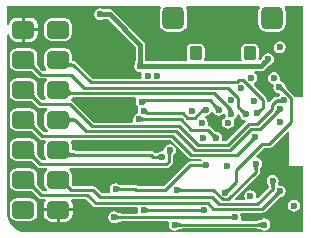
<source format=gbr>
%TF.GenerationSoftware,Altium Limited,Altium Designer,23.4.1 (23)*%
G04 Layer_Physical_Order=3*
G04 Layer_Color=16440176*
%FSLAX45Y45*%
%MOMM*%
%TF.SameCoordinates,BE90727D-E02D-4F4F-8BF8-4A0540FFC0C0*%
%TF.FilePolarity,Positive*%
%TF.FileFunction,Copper,L3,Inr,Signal*%
%TF.Part,Single*%
G01*
G75*
%TA.AperFunction,Conductor*%
%ADD22C,0.40000*%
%ADD23C,0.25000*%
%TA.AperFunction,ComponentPad*%
G04:AMPARAMS|DCode=25|XSize=1.9mm|YSize=1.9mm|CornerRadius=0.475mm|HoleSize=0mm|Usage=FLASHONLY|Rotation=180.000|XOffset=0mm|YOffset=0mm|HoleType=Round|Shape=RoundedRectangle|*
%AMROUNDEDRECTD25*
21,1,1.90000,0.95000,0,0,180.0*
21,1,0.95000,1.90000,0,0,180.0*
1,1,0.95000,-0.47500,0.47500*
1,1,0.95000,0.47500,0.47500*
1,1,0.95000,0.47500,-0.47500*
1,1,0.95000,-0.47500,-0.47500*
%
%ADD25ROUNDEDRECTD25*%
G04:AMPARAMS|DCode=26|XSize=1.1mm|YSize=1.2mm|CornerRadius=0.275mm|HoleSize=0mm|Usage=FLASHONLY|Rotation=180.000|XOffset=0mm|YOffset=0mm|HoleType=Round|Shape=RoundedRectangle|*
%AMROUNDEDRECTD26*
21,1,1.10000,0.65000,0,0,180.0*
21,1,0.55000,1.20000,0,0,180.0*
1,1,0.55000,-0.27500,0.32500*
1,1,0.55000,0.27500,0.32500*
1,1,0.55000,0.27500,-0.32500*
1,1,0.55000,-0.27500,-0.32500*
%
%ADD26ROUNDEDRECTD26*%
%TA.AperFunction,ViaPad*%
%ADD29C,0.60000*%
%TA.AperFunction,ComponentPad*%
G04:AMPARAMS|DCode=30|XSize=1.5mm|YSize=1.9mm|CornerRadius=0.375mm|HoleSize=0mm|Usage=FLASHONLY|Rotation=270.000|XOffset=0mm|YOffset=0mm|HoleType=Round|Shape=RoundedRectangle|*
%AMROUNDEDRECTD30*
21,1,1.50000,1.15000,0,0,270.0*
21,1,0.75000,1.90000,0,0,270.0*
1,1,0.75000,-0.57500,-0.37500*
1,1,0.75000,-0.57500,0.37500*
1,1,0.75000,0.57500,0.37500*
1,1,0.75000,0.57500,-0.37500*
%
%ADD30ROUNDEDRECTD30*%
G36*
X851910Y1910810D02*
X852975Y1910640D01*
X854620Y1910490D01*
X866995Y1910090D01*
X882361Y1910000D01*
Y1870000D01*
X851424Y1869000D01*
Y1911000D01*
X851910Y1910810D01*
D02*
G37*
G36*
X2550000Y1188944D02*
X2473893D01*
X2472381Y1196545D01*
X2465198Y1207296D01*
X2414989Y1257505D01*
X2414102Y1259812D01*
X2407391Y1266877D01*
X2405119Y1269501D01*
X2401027Y1274820D01*
X2399878Y1276569D01*
X2399004Y1278099D01*
X2398517Y1279124D01*
X2398364Y1279541D01*
X2398083Y1280692D01*
X2395814Y1283794D01*
X2394599Y1289904D01*
X2383548Y1306443D01*
X2367009Y1317494D01*
X2357693Y1319347D01*
X2347841Y1329711D01*
X2348073Y1335390D01*
X2350980Y1350000D01*
X2347099Y1369509D01*
X2336048Y1386048D01*
X2319509Y1397099D01*
X2300000Y1400980D01*
X2280491Y1397099D01*
X2263952Y1386048D01*
X2252901Y1369509D01*
X2249020Y1350000D01*
X2252901Y1330491D01*
X2263952Y1313952D01*
X2280491Y1302901D01*
X2289807Y1301048D01*
X2299659Y1290684D01*
X2299427Y1285005D01*
X2296520Y1270395D01*
X2300401Y1250886D01*
X2311452Y1234347D01*
X2327991Y1223296D01*
X2347500Y1219415D01*
X2349706Y1217356D01*
X2351930Y1214226D01*
X2348825Y1196501D01*
X2348219Y1196096D01*
X2347083Y1194395D01*
X2346758Y1194249D01*
X2345868Y1194013D01*
X2345345Y1193614D01*
X2344915Y1193420D01*
X2344731Y1193226D01*
X2344152Y1192983D01*
X2342663Y1192519D01*
X2340486Y1192026D01*
X2337919Y1191619D01*
X2330002Y1190993D01*
X2325341Y1190912D01*
X2324253Y1190439D01*
X2323110Y1190757D01*
X2321596Y1189904D01*
X2316767D01*
X2304086Y1187381D01*
X2293336Y1180198D01*
X2258136Y1144998D01*
X2251648Y1145957D01*
X2243136Y1150327D01*
Y1160000D01*
X2240614Y1172681D01*
X2233431Y1183431D01*
X2128326Y1288536D01*
X2132905Y1305170D01*
X2146048Y1313952D01*
X2157099Y1330491D01*
X2160980Y1350000D01*
X2157099Y1369509D01*
X2146048Y1386048D01*
X2133823Y1394216D01*
X2138374Y1409216D01*
X2189999D01*
X2190000Y1409216D01*
X2205607Y1412321D01*
X2218838Y1421161D01*
X2240274Y1442597D01*
X2242335Y1443437D01*
X2253061Y1454038D01*
X2260633Y1461136D01*
X2269509Y1462901D01*
X2286048Y1473952D01*
X2297099Y1490491D01*
X2300980Y1510000D01*
X2297099Y1529509D01*
X2286048Y1546048D01*
X2269509Y1557099D01*
X2250000Y1560980D01*
X2230491Y1557099D01*
X2213952Y1546048D01*
X2202901Y1529509D01*
X2201286Y1521388D01*
X2183040Y1501923D01*
X2182517Y1502144D01*
X2169744Y1508967D01*
X2173431Y1527500D01*
Y1592500D01*
X2169744Y1611034D01*
X2159245Y1626746D01*
X2143533Y1637244D01*
X2125000Y1640931D01*
X2070000D01*
X2051467Y1637244D01*
X2035755Y1626746D01*
X2025256Y1611034D01*
X2021569Y1592500D01*
Y1527500D01*
X2025256Y1508967D01*
X2027383Y1505783D01*
X2019366Y1490783D01*
X1715634D01*
X1707617Y1505783D01*
X1709744Y1508967D01*
X1713430Y1527500D01*
Y1592500D01*
X1709744Y1611034D01*
X1699245Y1626746D01*
X1683533Y1637244D01*
X1665000Y1640931D01*
X1610000D01*
X1591466Y1637244D01*
X1575755Y1626746D01*
X1565256Y1611034D01*
X1561569Y1592500D01*
Y1527500D01*
X1565256Y1508967D01*
X1567383Y1505783D01*
X1559365Y1490783D01*
X1224539D01*
X1222487Y1491648D01*
X1212004Y1491709D01*
X1211637Y1503060D01*
X1210783Y1504945D01*
Y1630000D01*
X1207679Y1645607D01*
X1198838Y1658838D01*
X938838Y1918838D01*
X925607Y1927679D01*
X910000Y1930784D01*
X909999Y1930784D01*
X884540D01*
X882487Y1931648D01*
X867408Y1931736D01*
X857034Y1932071D01*
X849509Y1937099D01*
X830000Y1940980D01*
X810491Y1937099D01*
X793952Y1926048D01*
X782901Y1909509D01*
X779021Y1890000D01*
X782901Y1870491D01*
X793952Y1853952D01*
X810491Y1842901D01*
X830000Y1839020D01*
X849509Y1842901D01*
X856394Y1847501D01*
X883060Y1848363D01*
X884945Y1849217D01*
X893107D01*
X1129216Y1613107D01*
Y1504539D01*
X1128352Y1502487D01*
X1128264Y1487408D01*
X1127929Y1477034D01*
X1122901Y1469509D01*
X1119020Y1450000D01*
X1122901Y1430491D01*
X1133952Y1413952D01*
X1150491Y1402901D01*
X1170000Y1399020D01*
X1171402Y1399299D01*
X1175744Y1395600D01*
X1182233Y1386160D01*
X1179018Y1369997D01*
X1180881Y1360634D01*
X1169475Y1345634D01*
X761228D01*
X622964Y1483898D01*
X612214Y1491081D01*
X604495Y1492617D01*
X599899Y1494612D01*
X593727Y1494717D01*
X590126Y1494924D01*
Y1543500D01*
X585664Y1565935D01*
X572955Y1584955D01*
X553935Y1597664D01*
X531500Y1602126D01*
X416500D01*
X394065Y1597664D01*
X375045Y1584955D01*
X362337Y1565935D01*
X357874Y1543500D01*
Y1468500D01*
X362337Y1446065D01*
X374316Y1428137D01*
X373053Y1422565D01*
X368861Y1413137D01*
X339726D01*
X323013Y1429849D01*
X322092Y1432195D01*
X313225Y1441400D01*
X306079Y1449503D01*
X300407Y1456699D01*
X296226Y1462859D01*
X295329Y1464491D01*
X296126Y1468500D01*
Y1483454D01*
X296359Y1484017D01*
X296126Y1484579D01*
Y1543500D01*
X291664Y1565935D01*
X278955Y1584955D01*
X259935Y1597664D01*
X237500Y1602126D01*
X122500D01*
X100065Y1597664D01*
X81045Y1584955D01*
X68337Y1565935D01*
X63874Y1543500D01*
Y1468500D01*
X68337Y1446065D01*
X81045Y1427045D01*
X100065Y1414337D01*
X122500Y1409874D01*
X221421D01*
X221983Y1409641D01*
X222546Y1409874D01*
X237500D01*
X241509Y1410671D01*
X243140Y1409775D01*
X249037Y1405772D01*
X264803Y1392579D01*
X273805Y1383908D01*
X276151Y1382987D01*
X302569Y1356569D01*
X313319Y1349386D01*
X326000Y1346863D01*
X371855D01*
X376405Y1331863D01*
X375045Y1330955D01*
X362337Y1311935D01*
X357874Y1289500D01*
Y1214500D01*
X362337Y1192065D01*
X371643Y1178137D01*
X364930Y1163137D01*
X335726D01*
X323013Y1175849D01*
X322092Y1178195D01*
X313225Y1187400D01*
X306079Y1195503D01*
X300407Y1202699D01*
X296226Y1208859D01*
X295329Y1210491D01*
X296126Y1214500D01*
Y1229454D01*
X296359Y1230017D01*
X296126Y1230579D01*
Y1289500D01*
X291664Y1311935D01*
X278955Y1330955D01*
X259935Y1343664D01*
X237500Y1348126D01*
X122500D01*
X100065Y1343664D01*
X81045Y1330955D01*
X68337Y1311935D01*
X63874Y1289500D01*
Y1214500D01*
X68337Y1192065D01*
X81045Y1173045D01*
X100065Y1160337D01*
X122500Y1155874D01*
X221421D01*
X221983Y1155641D01*
X222546Y1155874D01*
X237500D01*
X241509Y1156671D01*
X243140Y1155775D01*
X249037Y1151772D01*
X264803Y1138579D01*
X273805Y1129908D01*
X276151Y1128987D01*
X298569Y1106569D01*
X309319Y1099386D01*
X322000Y1096863D01*
X377841D01*
X382391Y1081863D01*
X375045Y1076955D01*
X362337Y1057935D01*
X357874Y1035500D01*
Y960500D01*
X362337Y938065D01*
X375045Y919045D01*
X391371Y908137D01*
X389651Y895108D01*
X388876Y893137D01*
X351726D01*
X323013Y921850D01*
X322092Y924195D01*
X313225Y933400D01*
X306079Y941503D01*
X300407Y948699D01*
X296226Y954859D01*
X295329Y956491D01*
X296126Y960500D01*
Y975454D01*
X296359Y976017D01*
X296126Y976579D01*
Y1035500D01*
X291664Y1057935D01*
X278955Y1076955D01*
X259935Y1089664D01*
X237500Y1094126D01*
X122500D01*
X100065Y1089664D01*
X81045Y1076955D01*
X68337Y1057935D01*
X63874Y1035500D01*
Y960500D01*
X68337Y938065D01*
X81045Y919045D01*
X100065Y906337D01*
X122500Y901874D01*
X221421D01*
X221983Y901641D01*
X222546Y901874D01*
X237500D01*
X241509Y902671D01*
X243140Y901775D01*
X249037Y897772D01*
X264803Y884579D01*
X273805Y875908D01*
X276150Y874988D01*
X314569Y836569D01*
X325319Y829386D01*
X338000Y826863D01*
X359616D01*
X367634Y811864D01*
X362337Y803935D01*
X357874Y781500D01*
Y706500D01*
X362337Y684065D01*
X372979Y668137D01*
X367923Y653137D01*
X337726D01*
X323013Y667850D01*
X322092Y670195D01*
X313225Y679400D01*
X306079Y687503D01*
X300407Y694699D01*
X296226Y700859D01*
X295329Y702491D01*
X296126Y706500D01*
Y721454D01*
X296359Y722017D01*
X296126Y722579D01*
Y781500D01*
X291664Y803935D01*
X278955Y822955D01*
X259935Y835664D01*
X237500Y840126D01*
X122500D01*
X100065Y835664D01*
X81045Y822955D01*
X68337Y803935D01*
X63874Y781500D01*
Y706500D01*
X68337Y684065D01*
X81045Y665045D01*
X100065Y652337D01*
X122500Y647874D01*
X221421D01*
X221983Y647641D01*
X222546Y647874D01*
X237500D01*
X241509Y648671D01*
X243140Y647775D01*
X249037Y643772D01*
X264803Y630579D01*
X273805Y621908D01*
X276150Y620988D01*
X300569Y596569D01*
X311319Y589386D01*
X324000Y586863D01*
X374848D01*
X379398Y571863D01*
X375045Y568955D01*
X362337Y549935D01*
X357874Y527500D01*
Y452500D01*
X362337Y430065D01*
X375045Y411045D01*
X379398Y408137D01*
X374848Y393137D01*
X343725D01*
X323013Y413849D01*
X322092Y416195D01*
X313225Y425400D01*
X306079Y433503D01*
X300407Y440699D01*
X296226Y446859D01*
X295329Y448491D01*
X296126Y452500D01*
Y467454D01*
X296359Y468017D01*
X296126Y468579D01*
Y527500D01*
X291664Y549935D01*
X278955Y568955D01*
X259935Y581664D01*
X237500Y586126D01*
X122500D01*
X100065Y581664D01*
X81045Y568955D01*
X68337Y549935D01*
X63874Y527500D01*
Y452500D01*
X68337Y430065D01*
X81045Y411045D01*
X100065Y398337D01*
X122500Y393874D01*
X221421D01*
X221983Y393641D01*
X222546Y393874D01*
X237500D01*
X241509Y394671D01*
X243140Y393775D01*
X249037Y389772D01*
X264803Y376579D01*
X273805Y367908D01*
X276151Y366987D01*
X306569Y336569D01*
X317319Y329386D01*
X330000Y326863D01*
X358467D01*
X366485Y311863D01*
X357250Y298042D01*
X352368Y273500D01*
Y248700D01*
X595632D01*
Y273500D01*
X590750Y298042D01*
X581515Y311863D01*
X589533Y326863D01*
X706275D01*
X766569Y266569D01*
X777320Y259386D01*
X790000Y256863D01*
X1141148D01*
X1151380Y241863D01*
X1149020Y230000D01*
X1151380Y218137D01*
X1141148Y203136D01*
X1009946D01*
X1007617Y204145D01*
X1002909Y204220D01*
X994800Y204802D01*
X992012Y205201D01*
X989582Y205694D01*
X987777Y206191D01*
X986631Y206612D01*
X986248Y206798D01*
X985624Y207340D01*
X985126Y207506D01*
X985011Y207580D01*
X984777Y207623D01*
X982602Y208351D01*
X969509Y217099D01*
X950000Y220979D01*
X930491Y217099D01*
X913952Y206048D01*
X902901Y189509D01*
X899020Y170000D01*
X902901Y150491D01*
X913952Y133952D01*
X930491Y122901D01*
X950000Y119020D01*
X969509Y122901D01*
X982602Y131649D01*
X984778Y132377D01*
X985010Y132419D01*
X985125Y132493D01*
X985624Y132660D01*
X986248Y133202D01*
X986630Y133388D01*
X987777Y133809D01*
X989582Y134306D01*
X992012Y134799D01*
X994800Y135197D01*
X1002909Y135780D01*
X1007617Y135855D01*
X1009946Y136863D01*
X1401148D01*
X1411380Y121863D01*
X1409020Y110000D01*
X1412901Y90491D01*
X1423952Y73952D01*
X1440491Y62901D01*
X1460000Y59020D01*
X1479509Y62901D01*
X1492602Y71649D01*
X1494778Y72377D01*
X1495010Y72419D01*
X1495125Y72493D01*
X1495624Y72660D01*
X1496248Y73202D01*
X1496630Y73388D01*
X1497777Y73809D01*
X1499582Y74306D01*
X1502012Y74799D01*
X1504800Y75197D01*
X1512909Y75780D01*
X1517617Y75855D01*
X1519946Y76863D01*
X2160053D01*
X2162383Y75855D01*
X2167091Y75780D01*
X2175200Y75197D01*
X2177988Y74799D01*
X2180418Y74306D01*
X2182223Y73809D01*
X2183369Y73388D01*
X2183752Y73202D01*
X2184376Y72660D01*
X2184874Y72494D01*
X2184989Y72419D01*
X2185222Y72377D01*
X2187398Y71649D01*
X2200491Y62901D01*
X2220000Y59020D01*
X2239509Y62901D01*
X2256048Y73952D01*
X2267099Y90491D01*
X2270979Y110000D01*
X2267099Y129509D01*
X2256048Y146048D01*
X2239509Y157099D01*
X2220000Y160980D01*
X2200491Y157099D01*
X2187398Y148351D01*
X2185222Y147623D01*
X2184989Y147581D01*
X2184874Y147507D01*
X2184376Y147340D01*
X2183752Y146798D01*
X2183370Y146612D01*
X2182223Y146191D01*
X2180418Y145694D01*
X2177988Y145201D01*
X2175200Y144803D01*
X2167091Y144220D01*
X2162383Y144145D01*
X2160053Y143137D01*
X2028852D01*
X2018620Y158137D01*
X2020980Y170000D01*
X2017099Y189509D01*
X2013855Y194364D01*
X2021873Y209364D01*
X2202500D01*
X2215181Y211886D01*
X2225931Y219069D01*
X2331042Y324180D01*
X2333402Y325114D01*
X2336785Y328390D01*
X2342930Y333712D01*
X2345183Y335401D01*
X2347249Y336771D01*
X2348880Y337697D01*
X2349987Y338210D01*
X2350389Y338349D01*
X2351212Y338406D01*
X2351683Y338641D01*
X2351817Y338670D01*
X2352012Y338805D01*
X2354064Y339829D01*
X2369509Y342901D01*
X2386048Y353952D01*
X2397099Y370491D01*
X2400980Y390000D01*
X2397099Y409509D01*
X2386048Y426048D01*
X2369509Y437099D01*
X2350000Y440980D01*
X2340891Y439168D01*
X2331871Y452667D01*
X2337099Y460491D01*
X2340980Y480000D01*
X2337099Y499509D01*
X2326048Y516048D01*
X2309509Y527099D01*
X2290000Y530980D01*
X2270491Y527099D01*
X2253952Y516048D01*
X2242901Y499509D01*
X2239020Y480000D01*
X2242901Y460491D01*
X2250841Y448609D01*
X2251713Y445817D01*
X2251728Y445721D01*
X2251757Y445676D01*
X2251914Y445171D01*
X2252496Y444474D01*
X2252732Y443973D01*
X2253166Y442752D01*
X2253667Y440886D01*
X2254156Y438405D01*
X2254551Y435573D01*
X2255122Y427426D01*
X2255185Y423365D01*
X2162413Y330592D01*
X2148589Y337981D01*
X2150980Y350000D01*
X2147099Y369509D01*
X2136048Y386048D01*
X2119509Y397099D01*
X2100000Y400980D01*
X2080491Y397099D01*
X2063952Y386048D01*
X2052901Y369509D01*
X2049021Y350000D01*
X2052901Y330491D01*
X2053988Y328865D01*
X2046917Y315637D01*
X1973414D01*
X1967674Y329495D01*
X2172366Y534186D01*
X2179549Y544937D01*
X2182071Y557617D01*
Y565053D01*
X2183079Y567381D01*
X2183155Y572091D01*
X2183737Y580200D01*
X2184136Y582988D01*
X2184628Y585418D01*
X2185126Y587223D01*
X2185546Y588369D01*
X2185732Y588752D01*
X2186274Y589376D01*
X2186441Y589874D01*
X2186515Y589989D01*
X2186557Y590223D01*
X2187285Y592398D01*
X2196033Y605491D01*
X2199914Y625000D01*
X2196033Y644509D01*
X2184982Y661048D01*
X2168443Y672099D01*
X2153205Y675130D01*
X2147682Y687040D01*
X2147297Y690435D01*
X2213726Y756863D01*
X2256566D01*
X2269247Y759386D01*
X2279997Y766569D01*
X2416142Y902714D01*
X2430000Y896974D01*
Y608944D01*
X2433944Y605000D01*
X2550000D01*
Y43944D01*
X200000D01*
X199453Y43836D01*
X159563Y49087D01*
X121882Y64695D01*
X89524Y89524D01*
X64695Y121882D01*
X49087Y159563D01*
X43836Y199453D01*
X43944Y200000D01*
Y1718125D01*
X58944Y1719603D01*
X63250Y1697958D01*
X77152Y1677152D01*
X97958Y1663250D01*
X122500Y1658368D01*
X167300D01*
Y1760000D01*
Y1861632D01*
X122500D01*
X97958Y1856750D01*
X77152Y1842848D01*
X63250Y1822042D01*
X58944Y1800397D01*
X43944Y1801875D01*
Y1956056D01*
X1337853D01*
X1344924Y1942827D01*
X1338917Y1933837D01*
X1333678Y1907500D01*
Y1812500D01*
X1338917Y1786163D01*
X1353835Y1763836D01*
X1376163Y1748917D01*
X1402500Y1743678D01*
X1497500D01*
X1523837Y1748917D01*
X1546164Y1763836D01*
X1561083Y1786163D01*
X1566322Y1812500D01*
Y1907500D01*
X1561083Y1933837D01*
X1555076Y1942827D01*
X1562147Y1956056D01*
X2172853D01*
X2179924Y1942827D01*
X2173917Y1933837D01*
X2168678Y1907500D01*
Y1812500D01*
X2173917Y1786163D01*
X2188836Y1763836D01*
X2211163Y1748917D01*
X2237500Y1743678D01*
X2332500D01*
X2358837Y1748917D01*
X2381164Y1763836D01*
X2396083Y1786163D01*
X2401322Y1812500D01*
Y1907500D01*
X2396083Y1933837D01*
X2390076Y1942827D01*
X2397147Y1956056D01*
X2550000D01*
Y1188944D01*
D02*
G37*
G36*
X1191000Y1471424D02*
X1149000D01*
X1149190Y1471910D01*
X1149360Y1472975D01*
X1149510Y1474620D01*
X1149910Y1486995D01*
X1150000Y1502360D01*
X1190000D01*
X1191000Y1471424D01*
D02*
G37*
G36*
X2249700Y1480002D02*
X2249222Y1479792D01*
X2248349Y1479159D01*
X2247080Y1478102D01*
X2238047Y1469635D01*
X2227118Y1458834D01*
X2198834Y1487118D01*
X2220002Y1509700D01*
X2249700Y1480002D01*
D02*
G37*
G36*
X568267Y1482023D02*
X568606Y1480123D01*
X569729Y1478446D01*
X571635Y1476992D01*
X574325Y1475762D01*
X577799Y1474756D01*
X582057Y1473973D01*
X587099Y1473414D01*
X592924Y1473079D01*
X599533Y1472967D01*
Y1447967D01*
X591064Y1447858D01*
X570490Y1446217D01*
X565242Y1445233D01*
X560800Y1444029D01*
X557163Y1442607D01*
X554332Y1440966D01*
X552305Y1439107D01*
X551084Y1437028D01*
X568711Y1484148D01*
X568267Y1482023D01*
D02*
G37*
G36*
X1191910Y1470810D02*
X1192975Y1470640D01*
X1194620Y1470490D01*
X1206995Y1470090D01*
X1222361Y1470000D01*
Y1430000D01*
X1191424Y1429000D01*
Y1471000D01*
X1191910Y1470810D01*
D02*
G37*
G36*
X271875Y1480194D02*
X270375Y1475735D01*
X270212Y1470641D01*
X271386Y1464910D01*
X273896Y1458544D01*
X277743Y1451542D01*
X282928Y1443905D01*
X289449Y1435631D01*
X297306Y1426722D01*
X306501Y1417177D01*
X288823Y1399499D01*
X279278Y1408694D01*
X262095Y1423072D01*
X254458Y1428257D01*
X247456Y1432104D01*
X241090Y1434615D01*
X235359Y1435788D01*
X230265Y1435625D01*
X225806Y1434125D01*
X221983Y1431289D01*
X274711Y1484017D01*
X271875Y1480194D01*
D02*
G37*
G36*
X2377620Y1273232D02*
X2378537Y1270731D01*
X2379802Y1268069D01*
X2381416Y1265245D01*
X2383378Y1262259D01*
X2388345Y1255802D01*
X2391351Y1252331D01*
X2398406Y1244903D01*
X2384365Y1223589D01*
X2380524Y1227293D01*
X2373328Y1233389D01*
X2369974Y1235782D01*
X2366783Y1237737D01*
X2363754Y1239255D01*
X2360888Y1240336D01*
X2358185Y1240979D01*
X2355644Y1241185D01*
X2353266Y1240954D01*
X2377050Y1275570D01*
X2377620Y1273232D01*
D02*
G37*
G36*
X568131Y1252750D02*
X568797Y1248500D01*
X570711Y1244750D01*
X573871Y1241500D01*
X578278Y1238750D01*
X583932Y1236500D01*
X590832Y1234750D01*
X598980Y1233500D01*
X608375Y1232750D01*
X619016Y1232500D01*
X618095Y1207500D01*
X606365Y1207253D01*
X586233Y1205272D01*
X577830Y1203539D01*
X570538Y1201311D01*
X564354Y1198587D01*
X559279Y1195369D01*
X555314Y1191655D01*
X552458Y1187446D01*
X550711Y1182742D01*
X568711Y1257500D01*
X568131Y1252750D01*
D02*
G37*
G36*
X271875Y1226194D02*
X270375Y1221735D01*
X270212Y1216641D01*
X271386Y1210910D01*
X273896Y1204544D01*
X277743Y1197542D01*
X282928Y1189905D01*
X289449Y1181631D01*
X297306Y1172722D01*
X306501Y1163177D01*
X288823Y1145499D01*
X279278Y1154694D01*
X262095Y1169072D01*
X254458Y1174257D01*
X247456Y1178104D01*
X241090Y1180615D01*
X235359Y1181788D01*
X230265Y1181625D01*
X225806Y1180125D01*
X221983Y1177289D01*
X274711Y1230017D01*
X271875Y1226194D01*
D02*
G37*
G36*
X1195795Y1175781D02*
X1198203Y1175093D01*
X1201189Y1174485D01*
X1204753Y1173958D01*
X1213617Y1173148D01*
X1231250Y1172540D01*
X1238284Y1172500D01*
X1239895Y1147500D01*
X1234534Y1147399D01*
X1225206Y1146586D01*
X1221239Y1145875D01*
X1217736Y1144961D01*
X1214699Y1143843D01*
X1212127Y1142523D01*
X1210019Y1140999D01*
X1208377Y1139272D01*
X1207199Y1137342D01*
X1193965Y1176551D01*
X1195795Y1175781D01*
D02*
G37*
G36*
X2365268Y1136831D02*
X2363267Y1138244D01*
X2360899Y1139508D01*
X2358165Y1140623D01*
X2355063Y1141590D01*
X2351595Y1142408D01*
X2347760Y1143077D01*
X2338990Y1143970D01*
X2334055Y1144193D01*
X2328753Y1144267D01*
X2325718Y1169267D01*
X2331044Y1169360D01*
X2340474Y1170105D01*
X2344580Y1170757D01*
X2348279Y1171595D01*
X2351571Y1172619D01*
X2354457Y1173830D01*
X2356936Y1175227D01*
X2359008Y1176810D01*
X2360674Y1178579D01*
X2365268Y1136831D01*
D02*
G37*
G36*
X1805573Y1127374D02*
X1812752Y1121158D01*
X1816114Y1118637D01*
X1819326Y1116507D01*
X1822386Y1114769D01*
X1825295Y1113422D01*
X1828053Y1112467D01*
X1830660Y1111904D01*
X1833116Y1111732D01*
X1803418Y1082034D01*
X1803246Y1084490D01*
X1802682Y1087097D01*
X1801727Y1089855D01*
X1800381Y1092764D01*
X1798643Y1095824D01*
X1796513Y1099036D01*
X1793992Y1102398D01*
X1787776Y1109576D01*
X1784080Y1113392D01*
X1801758Y1131070D01*
X1805573Y1127374D01*
D02*
G37*
G36*
X1952380Y1074157D02*
X1915026Y1062502D01*
X1915847Y1064339D01*
X1916160Y1066404D01*
X1915965Y1068698D01*
X1915263Y1071219D01*
X1914052Y1073969D01*
X1912333Y1076947D01*
X1910106Y1080154D01*
X1907371Y1083588D01*
X1900377Y1091141D01*
X1921044Y1105829D01*
X1952380Y1074157D01*
D02*
G37*
G36*
X2209332Y1081656D02*
X2205636Y1077841D01*
X2199420Y1070662D01*
X2196899Y1067300D01*
X2194769Y1064088D01*
X2193031Y1061028D01*
X2191684Y1058119D01*
X2190729Y1055361D01*
X2190166Y1052754D01*
X2189994Y1050298D01*
X2160296Y1079996D01*
X2162752Y1080168D01*
X2165359Y1080732D01*
X2168117Y1081687D01*
X2171026Y1083033D01*
X2174086Y1084771D01*
X2177298Y1086901D01*
X2180660Y1089422D01*
X2187838Y1095638D01*
X2191654Y1099334D01*
X2209332Y1081656D01*
D02*
G37*
G36*
X2032157Y1090640D02*
X2039336Y1084424D01*
X2042698Y1081903D01*
X2045910Y1079773D01*
X2048970Y1078035D01*
X2051879Y1076689D01*
X2054637Y1075734D01*
X2057244Y1075170D01*
X2059700Y1074998D01*
X2030002Y1045300D01*
X2029830Y1047756D01*
X2029266Y1050363D01*
X2028311Y1053121D01*
X2026965Y1056030D01*
X2025227Y1059090D01*
X2023097Y1062302D01*
X2020576Y1065664D01*
X2014359Y1072843D01*
X2010664Y1076658D01*
X2028342Y1094336D01*
X2032157Y1090640D01*
D02*
G37*
G36*
X2347644Y1055461D02*
X2345188Y1055289D01*
X2342581Y1054726D01*
X2339823Y1053771D01*
X2336913Y1052424D01*
X2333853Y1050686D01*
X2330642Y1048556D01*
X2327279Y1046035D01*
X2320101Y1039819D01*
X2316285Y1036123D01*
X2298608Y1053801D01*
X2302303Y1057617D01*
X2308520Y1064795D01*
X2311041Y1068157D01*
X2313170Y1071369D01*
X2314908Y1074429D01*
X2316255Y1077338D01*
X2317210Y1080096D01*
X2317773Y1082703D01*
X2317945Y1085159D01*
X2347644Y1055461D01*
D02*
G37*
G36*
X1786830Y1061458D02*
X1797368Y1045686D01*
X1813907Y1034635D01*
X1833416Y1030754D01*
X1852925Y1034635D01*
X1869464Y1045686D01*
X1875947Y1055389D01*
X1890077Y1049536D01*
X1889497Y1046619D01*
X1893378Y1027111D01*
X1885977Y1013987D01*
X1875945Y1007283D01*
X1864894Y990744D01*
X1861013Y971235D01*
X1864894Y951726D01*
X1875945Y935187D01*
X1892484Y924136D01*
X1911993Y920255D01*
X1931502Y924136D01*
X1948041Y935187D01*
X1959092Y951726D01*
X1962972Y971235D01*
X1959092Y990744D01*
X1966492Y1003868D01*
X1976525Y1010572D01*
X1987576Y1027110D01*
X1989052Y1034533D01*
X1999534Y1041526D01*
X2005439Y1041972D01*
X2010696Y1036578D01*
X2012901Y1025491D01*
X2023952Y1008952D01*
X2040491Y997901D01*
X2057244Y994569D01*
X2061454Y985600D01*
X2062526Y979388D01*
X1896274Y813137D01*
X1866575D01*
X1858690Y828137D01*
X1862044Y845001D01*
X1858164Y864510D01*
X1847113Y881049D01*
X1830574Y892100D01*
X1811065Y895980D01*
X1809030Y895575D01*
X1808693Y895703D01*
X1807892Y896167D01*
X1807237Y896254D01*
X1806796Y896421D01*
X1806534Y896413D01*
X1805959Y896648D01*
X1804579Y897373D01*
X1802695Y898561D01*
X1800593Y900086D01*
X1794551Y905243D01*
X1791198Y908481D01*
X1790085Y908919D01*
X1789497Y909960D01*
X1787830Y910423D01*
X1764822Y933431D01*
X1754072Y940614D01*
X1747792Y941863D01*
X1739929Y949732D01*
X1738066Y958137D01*
X1740861Y972191D01*
X1736981Y991700D01*
X1725930Y1008239D01*
X1718110Y1013464D01*
X1714950Y1032314D01*
X1716400Y1033915D01*
X1724883Y1032227D01*
X1744391Y1036108D01*
X1760930Y1047159D01*
X1771017Y1062255D01*
X1777857Y1062811D01*
X1786830Y1061458D01*
D02*
G37*
G36*
X1183282Y1019385D02*
X1185524Y1017940D01*
X1188150Y1016665D01*
X1191159Y1015560D01*
X1194552Y1014625D01*
X1198329Y1013860D01*
X1202489Y1013265D01*
X1211960Y1012585D01*
X1217272Y1012500D01*
Y987500D01*
X1211960Y987415D01*
X1202489Y986735D01*
X1198329Y986140D01*
X1194552Y985375D01*
X1191159Y984440D01*
X1188150Y983335D01*
X1185524Y982060D01*
X1183282Y980615D01*
X1181424Y979000D01*
Y1021000D01*
X1183282Y1019385D01*
D02*
G37*
G36*
X1134474Y1171864D02*
X1132901Y1169509D01*
X1129020Y1150000D01*
X1132901Y1130491D01*
X1143952Y1113952D01*
X1148958Y1110607D01*
X1153356Y1090190D01*
X1152901Y1089509D01*
X1149020Y1070000D01*
X1150151Y1064315D01*
X1140491Y1047099D01*
X1123952Y1036048D01*
X1112901Y1019509D01*
X1109020Y1000000D01*
X1111380Y988137D01*
X1101148Y973136D01*
X773726D01*
X593431Y1153431D01*
X586179Y1158277D01*
X582101Y1174154D01*
X582060Y1175100D01*
X588386Y1183612D01*
X589487Y1183840D01*
X607653Y1185627D01*
X618551Y1185857D01*
X620843Y1186864D01*
X1126456D01*
X1134474Y1171864D01*
D02*
G37*
G36*
X569144Y1026488D02*
X570443Y1023133D01*
X572607Y1020172D01*
X575638Y1017606D01*
X579534Y1015435D01*
X584296Y1013658D01*
X589923Y1012277D01*
X596417Y1011290D01*
X603776Y1010697D01*
X612001Y1010500D01*
Y985500D01*
X603776Y985303D01*
X596417Y984711D01*
X589923Y983723D01*
X584296Y982342D01*
X579534Y980565D01*
X575638Y978394D01*
X572607Y975828D01*
X570443Y972867D01*
X569144Y969512D01*
X568711Y965761D01*
Y1030239D01*
X569144Y1026488D01*
D02*
G37*
G36*
X271875Y972194D02*
X270375Y967735D01*
X270212Y962641D01*
X271386Y956910D01*
X273896Y950544D01*
X277743Y943542D01*
X282928Y935905D01*
X289449Y927631D01*
X297306Y918722D01*
X306501Y909177D01*
X288823Y891499D01*
X279278Y900694D01*
X262095Y915072D01*
X254458Y920257D01*
X247456Y924104D01*
X241090Y926615D01*
X235359Y927788D01*
X230265Y927625D01*
X225806Y926125D01*
X221983Y923289D01*
X274711Y976017D01*
X271875Y972194D01*
D02*
G37*
G36*
X1779992Y889208D02*
X1787187Y883067D01*
X1790551Y880625D01*
X1793759Y878603D01*
X1796811Y877001D01*
X1799707Y875817D01*
X1802448Y875053D01*
X1805032Y874709D01*
X1807461Y874783D01*
X1781216Y841993D01*
X1780798Y844407D01*
X1780017Y846974D01*
X1778870Y849696D01*
X1777360Y852572D01*
X1775485Y855602D01*
X1773246Y858787D01*
X1767674Y865619D01*
X1764342Y869266D01*
X1760645Y873068D01*
X1776161Y892908D01*
X1779992Y889208D01*
D02*
G37*
G36*
X2139700Y820002D02*
X2137244Y819830D01*
X2134637Y819266D01*
X2131879Y818311D01*
X2128970Y816965D01*
X2125910Y815227D01*
X2122698Y813097D01*
X2119336Y810576D01*
X2112157Y804360D01*
X2108342Y800664D01*
X2090664Y818342D01*
X2094360Y822157D01*
X2100576Y829336D01*
X2103097Y832698D01*
X2105227Y835910D01*
X2106965Y838970D01*
X2108311Y841879D01*
X2109266Y844637D01*
X2109830Y847244D01*
X2110002Y849700D01*
X2139700Y820002D01*
D02*
G37*
G36*
X1435688Y714429D02*
X1433810Y712999D01*
X1432129Y711134D01*
X1430647Y708834D01*
X1429362Y706100D01*
X1428274Y702931D01*
X1427385Y699328D01*
X1426693Y695289D01*
X1426199Y690817D01*
X1425803Y680567D01*
X1400803Y686946D01*
X1400743Y692250D01*
X1399834Y706003D01*
X1399289Y709869D01*
X1397836Y716521D01*
X1396928Y719308D01*
X1395898Y721736D01*
X1394748Y723804D01*
X1435688Y714429D01*
D02*
G37*
G36*
X567956Y735248D02*
X568486Y730999D01*
X570302Y727248D01*
X573404Y723999D01*
X577792Y721248D01*
X583465Y718998D01*
X590424Y717249D01*
X598669Y715999D01*
X608200Y715249D01*
X619016Y714998D01*
X614925Y689999D01*
X606388Y689839D01*
X590696Y688559D01*
X583539Y687440D01*
X576843Y686001D01*
X570606Y684243D01*
X564829Y682164D01*
X559512Y679766D01*
X554655Y677048D01*
X550258Y674010D01*
X568711Y739999D01*
X567956Y735248D01*
D02*
G37*
G36*
X1328576Y659000D02*
X1326718Y660615D01*
X1324476Y662060D01*
X1321850Y663335D01*
X1318841Y664440D01*
X1315448Y665375D01*
X1311671Y666140D01*
X1307511Y666735D01*
X1298040Y667415D01*
X1292728Y667500D01*
Y692500D01*
X1298040Y692585D01*
X1307511Y693265D01*
X1311671Y693860D01*
X1315448Y694625D01*
X1318841Y695560D01*
X1321850Y696665D01*
X1324476Y697940D01*
X1326718Y699385D01*
X1328576Y701000D01*
Y659000D01*
D02*
G37*
G36*
X271875Y718194D02*
X270375Y713735D01*
X270212Y708641D01*
X271386Y702910D01*
X273896Y696544D01*
X277743Y689542D01*
X282928Y681905D01*
X289449Y673631D01*
X297306Y664722D01*
X306501Y655177D01*
X288823Y637499D01*
X279278Y646694D01*
X262095Y661072D01*
X254458Y666257D01*
X247456Y670104D01*
X241090Y672615D01*
X235359Y673788D01*
X230265Y673625D01*
X225806Y672125D01*
X221983Y669289D01*
X274711Y722017D01*
X271875Y718194D01*
D02*
G37*
G36*
X1703192Y589556D02*
X1701334Y591171D01*
X1699092Y592616D01*
X1696466Y593891D01*
X1693457Y594996D01*
X1690064Y595931D01*
X1686287Y596696D01*
X1682127Y597291D01*
X1672656Y597971D01*
X1667344Y598056D01*
Y623056D01*
X1672656Y623141D01*
X1682127Y623821D01*
X1686287Y624416D01*
X1690064Y625181D01*
X1693457Y626116D01*
X1696466Y627221D01*
X1699092Y628496D01*
X1701334Y629941D01*
X1703192Y631556D01*
Y589556D01*
D02*
G37*
G36*
X2168320Y601718D02*
X2166875Y599476D01*
X2165599Y596850D01*
X2164495Y593841D01*
X2163560Y590448D01*
X2162795Y586671D01*
X2162199Y582511D01*
X2161519Y573040D01*
X2161434Y567728D01*
X2136435D01*
X2136350Y573040D01*
X2135670Y582511D01*
X2135074Y586671D01*
X2134309Y590448D01*
X2133374Y593841D01*
X2132270Y596850D01*
X2130994Y599476D01*
X2129549Y601718D01*
X2127935Y603576D01*
X2169934D01*
X2168320Y601718D01*
D02*
G37*
G36*
X1576569Y676569D02*
X1587319Y669386D01*
X1600000Y666864D01*
X1679986D01*
X1683100Y664356D01*
X1688754Y651864D01*
X1686660Y648704D01*
X1683391Y645917D01*
X1682604Y645758D01*
X1679816Y645359D01*
X1671707Y644777D01*
X1666999Y644702D01*
X1664670Y643693D01*
X1590556D01*
X1577875Y641170D01*
X1567125Y633987D01*
X1366274Y433137D01*
X1148461D01*
X1148167Y433431D01*
X1137417Y440614D01*
X1124736Y443137D01*
X1019947D01*
X1017617Y444145D01*
X1012909Y444220D01*
X1004800Y444803D01*
X1002012Y445201D01*
X999582Y445694D01*
X997777Y446191D01*
X996631Y446612D01*
X996248Y446798D01*
X995624Y447340D01*
X995126Y447506D01*
X995011Y447581D01*
X994778Y447623D01*
X992602Y448351D01*
X979509Y457099D01*
X960000Y460980D01*
X940491Y457099D01*
X923952Y446048D01*
X912901Y429509D01*
X909021Y410000D01*
X912901Y390491D01*
X914474Y388137D01*
X906456Y373137D01*
X843726D01*
X793432Y423431D01*
X782682Y430614D01*
X770001Y433137D01*
X600828D01*
X597743Y436437D01*
X593780Y441296D01*
X590761Y445496D01*
X589237Y448027D01*
X590126Y452500D01*
Y455908D01*
X590351Y456495D01*
X590126Y457000D01*
Y527500D01*
X585664Y549935D01*
X572955Y568955D01*
X568602Y571863D01*
X573152Y586863D01*
X1390000D01*
X1402681Y589386D01*
X1413431Y596569D01*
X1436734Y619872D01*
X1443917Y630622D01*
X1446440Y643303D01*
Y674761D01*
X1446779Y675214D01*
X1446440Y677570D01*
X1447435Y679732D01*
X1447801Y689211D01*
X1448139Y692268D01*
X1448590Y694902D01*
X1449061Y696811D01*
X1449455Y697959D01*
X1449518Y698092D01*
X1449891Y698507D01*
X1450070Y699010D01*
X1450323Y699403D01*
X1450433Y700005D01*
X1450619Y700324D01*
X1456048Y703952D01*
X1467099Y720491D01*
X1470980Y740000D01*
X1467099Y759509D01*
X1456048Y776048D01*
X1439509Y787099D01*
X1420000Y790980D01*
X1400491Y787099D01*
X1383952Y776048D01*
X1372901Y759509D01*
X1369020Y740000D01*
X1355748Y729836D01*
X1350000Y730979D01*
X1330491Y727099D01*
X1317398Y718351D01*
X1315222Y717623D01*
X1314989Y717580D01*
X1314875Y717507D01*
X1314376Y717340D01*
X1313752Y716798D01*
X1313370Y716612D01*
X1312223Y716191D01*
X1310418Y715694D01*
X1307988Y715201D01*
X1305200Y714802D01*
X1297091Y714220D01*
X1292712Y714150D01*
X1280932Y725929D01*
X1270182Y733113D01*
X1257501Y735635D01*
X623685D01*
X622512Y736362D01*
X620968Y736000D01*
X619516Y736640D01*
X609300Y736877D01*
X601144Y737518D01*
X594696Y738496D01*
X590126Y739645D01*
Y781500D01*
X585664Y803935D01*
X580366Y811864D01*
X588384Y826863D01*
X1426275D01*
X1576569Y676569D01*
D02*
G37*
G36*
X2310524Y458120D02*
X2308875Y456297D01*
X2307398Y454086D01*
X2306096Y451487D01*
X2304967Y448501D01*
X2304012Y445126D01*
X2303231Y441364D01*
X2302623Y437214D01*
X2301928Y427750D01*
X2301841Y422436D01*
X2276841Y423040D01*
X2276758Y428349D01*
X2276094Y437828D01*
X2275512Y441998D01*
X2274765Y445788D01*
X2273851Y449198D01*
X2272771Y452229D01*
X2271525Y454879D01*
X2270113Y457151D01*
X2268535Y459042D01*
X2310524Y458120D01*
D02*
G37*
G36*
X567047Y453419D02*
X566313Y450434D01*
X566508Y446957D01*
X567632Y442988D01*
X569687Y438526D01*
X572671Y433573D01*
X576585Y428128D01*
X581428Y422190D01*
X593904Y408839D01*
X576227Y391161D01*
X569401Y397768D01*
X557234Y408185D01*
X551892Y411996D01*
X547044Y414874D01*
X542690Y416821D01*
X538831Y417836D01*
X535466Y417919D01*
X532595Y417070D01*
X530219Y415289D01*
X568711Y455912D01*
X567047Y453419D01*
D02*
G37*
G36*
X983283Y429385D02*
X985524Y427940D01*
X988150Y426665D01*
X991159Y425560D01*
X994552Y424625D01*
X998329Y423860D01*
X1002489Y423265D01*
X1011960Y422585D01*
X1017272Y422500D01*
Y397500D01*
X1011960Y397415D01*
X1002489Y396735D01*
X998329Y396140D01*
X994552Y395375D01*
X991159Y394440D01*
X988150Y393335D01*
X985524Y392060D01*
X983283Y390615D01*
X981424Y389000D01*
Y431000D01*
X983283Y429385D01*
D02*
G37*
G36*
X271875Y464194D02*
X270375Y459735D01*
X270212Y454641D01*
X271386Y448910D01*
X273896Y442544D01*
X277743Y435542D01*
X282928Y427905D01*
X289449Y419631D01*
X297306Y410722D01*
X306501Y401177D01*
X288823Y383499D01*
X279278Y392694D01*
X262095Y407072D01*
X254458Y412257D01*
X247456Y416104D01*
X241090Y418615D01*
X235359Y419788D01*
X230265Y419625D01*
X225806Y418125D01*
X221983Y415289D01*
X274711Y468017D01*
X271875Y464194D01*
D02*
G37*
G36*
X1939336Y411658D02*
X1935641Y407843D01*
X1929424Y400664D01*
X1926903Y397302D01*
X1924773Y394090D01*
X1923035Y391030D01*
X1921689Y388121D01*
X1920734Y385363D01*
X1920170Y382756D01*
X1919998Y380300D01*
X1890300Y409998D01*
X1892756Y410170D01*
X1895363Y410734D01*
X1898121Y411689D01*
X1901030Y413035D01*
X1904090Y414773D01*
X1907302Y416903D01*
X1910664Y419424D01*
X1917843Y425640D01*
X1921658Y429336D01*
X1939336Y411658D01*
D02*
G37*
G36*
X1503282Y419385D02*
X1505524Y417940D01*
X1508150Y416665D01*
X1511159Y415560D01*
X1514552Y414625D01*
X1518329Y413860D01*
X1522489Y413265D01*
X1531960Y412585D01*
X1537272Y412500D01*
Y387500D01*
X1531960Y387415D01*
X1522489Y386735D01*
X1518329Y386140D01*
X1514552Y385375D01*
X1511159Y384440D01*
X1508150Y383335D01*
X1505524Y382060D01*
X1503282Y380615D01*
X1501424Y379000D01*
Y421000D01*
X1503282Y419385D01*
D02*
G37*
G36*
X2349700Y360002D02*
X2347244Y359830D01*
X2344637Y359266D01*
X2341879Y358311D01*
X2338970Y356965D01*
X2335910Y355227D01*
X2332698Y353097D01*
X2329336Y350576D01*
X2322157Y344359D01*
X2318342Y340664D01*
X2300664Y358342D01*
X2304360Y362157D01*
X2310576Y369336D01*
X2313097Y372698D01*
X2315227Y375910D01*
X2316965Y378970D01*
X2318311Y381879D01*
X2319266Y384637D01*
X2319830Y387244D01*
X2320002Y389700D01*
X2349700Y360002D01*
D02*
G37*
G36*
X1688576Y209000D02*
X1686717Y210615D01*
X1684476Y212060D01*
X1681850Y213335D01*
X1678841Y214440D01*
X1675448Y215375D01*
X1671671Y216140D01*
X1667511Y216735D01*
X1658040Y217415D01*
X1652728Y217500D01*
Y242500D01*
X1658040Y242585D01*
X1667511Y243265D01*
X1671671Y243860D01*
X1675448Y244625D01*
X1678841Y245560D01*
X1681850Y246665D01*
X1684476Y247940D01*
X1686717Y249385D01*
X1688576Y251000D01*
Y209000D01*
D02*
G37*
G36*
X1223282Y249385D02*
X1225524Y247940D01*
X1228150Y246665D01*
X1231159Y245560D01*
X1234552Y244625D01*
X1238328Y243860D01*
X1242489Y243265D01*
X1251960Y242585D01*
X1257272Y242500D01*
Y217500D01*
X1251960Y217415D01*
X1242489Y216735D01*
X1238328Y216140D01*
X1234552Y215375D01*
X1231159Y214440D01*
X1228150Y213335D01*
X1225524Y212060D01*
X1223282Y210615D01*
X1221424Y209000D01*
Y251000D01*
X1223282Y249385D01*
D02*
G37*
G36*
X1948576Y149000D02*
X1946718Y150615D01*
X1944476Y152060D01*
X1941850Y153335D01*
X1938841Y154440D01*
X1935448Y155375D01*
X1931672Y156140D01*
X1927511Y156735D01*
X1918040Y157415D01*
X1912728Y157500D01*
Y182500D01*
X1918040Y182585D01*
X1927511Y183265D01*
X1931672Y183860D01*
X1935448Y184625D01*
X1938841Y185560D01*
X1941850Y186665D01*
X1944476Y187940D01*
X1946718Y189385D01*
X1948576Y191000D01*
Y149000D01*
D02*
G37*
G36*
X973282Y189385D02*
X975524Y187940D01*
X978150Y186665D01*
X981159Y185560D01*
X984552Y184625D01*
X988328Y183860D01*
X992489Y183265D01*
X1001960Y182585D01*
X1007272Y182500D01*
Y157500D01*
X1001960Y157415D01*
X992489Y156735D01*
X988328Y156140D01*
X984552Y155375D01*
X981159Y154440D01*
X978150Y153335D01*
X975524Y152060D01*
X973282Y150615D01*
X971424Y149000D01*
Y191000D01*
X973282Y189385D01*
D02*
G37*
G36*
X2198576Y89000D02*
X2196717Y90615D01*
X2194476Y92060D01*
X2191850Y93335D01*
X2188841Y94440D01*
X2185448Y95375D01*
X2181671Y96140D01*
X2177511Y96735D01*
X2168040Y97415D01*
X2162728Y97500D01*
Y122500D01*
X2168040Y122585D01*
X2177511Y123265D01*
X2181671Y123860D01*
X2185448Y124625D01*
X2188841Y125560D01*
X2191850Y126665D01*
X2194476Y127940D01*
X2196717Y129385D01*
X2198576Y131000D01*
Y89000D01*
D02*
G37*
G36*
X1483282Y129385D02*
X1485524Y127940D01*
X1488150Y126665D01*
X1491159Y125560D01*
X1494552Y124625D01*
X1498328Y123860D01*
X1502489Y123265D01*
X1511960Y122585D01*
X1517272Y122500D01*
Y97500D01*
X1511960Y97415D01*
X1502489Y96735D01*
X1498328Y96140D01*
X1494552Y95375D01*
X1491159Y94440D01*
X1488150Y93335D01*
X1485524Y92060D01*
X1483282Y90615D01*
X1481424Y89000D01*
Y131000D01*
X1483282Y129385D01*
D02*
G37*
%LPC*%
G36*
X237500Y1861632D02*
X192700D01*
Y1772700D01*
X301632D01*
Y1797500D01*
X296750Y1822042D01*
X282848Y1842848D01*
X262042Y1856750D01*
X237500Y1861632D01*
D02*
G37*
G36*
X531500Y1856126D02*
X416500D01*
X394065Y1851664D01*
X375045Y1838955D01*
X362337Y1819935D01*
X357874Y1797500D01*
Y1722500D01*
X362337Y1700065D01*
X375045Y1681045D01*
X394065Y1668337D01*
X416500Y1663874D01*
X531500D01*
X553935Y1668337D01*
X572955Y1681045D01*
X585664Y1700065D01*
X590126Y1722500D01*
Y1797500D01*
X585664Y1819935D01*
X572955Y1838955D01*
X553935Y1851664D01*
X531500Y1856126D01*
D02*
G37*
G36*
X301632Y1747300D02*
X192700D01*
Y1658368D01*
X237500D01*
X262042Y1663250D01*
X282848Y1677152D01*
X296750Y1697958D01*
X301632Y1722500D01*
Y1747300D01*
D02*
G37*
G36*
X2350000Y1660980D02*
X2330491Y1657099D01*
X2313952Y1646048D01*
X2302901Y1629509D01*
X2299021Y1610000D01*
X2302901Y1590491D01*
X2313952Y1573952D01*
X2330491Y1562901D01*
X2350000Y1559021D01*
X2369509Y1562901D01*
X2386048Y1573952D01*
X2397099Y1590491D01*
X2400980Y1610000D01*
X2397099Y1629509D01*
X2386048Y1646048D01*
X2369509Y1657099D01*
X2350000Y1660980D01*
D02*
G37*
G36*
X2470000Y320980D02*
X2450491Y317099D01*
X2433952Y306048D01*
X2422901Y289509D01*
X2419020Y270000D01*
X2422901Y250491D01*
X2433952Y233952D01*
X2450491Y222901D01*
X2470000Y219020D01*
X2489509Y222901D01*
X2506048Y233952D01*
X2517099Y250491D01*
X2520979Y270000D01*
X2517099Y289509D01*
X2506048Y306048D01*
X2489509Y317099D01*
X2470000Y320980D01*
D02*
G37*
G36*
X237500Y332126D02*
X122500D01*
X100065Y327664D01*
X81045Y314955D01*
X68337Y295935D01*
X63874Y273500D01*
Y198500D01*
X68337Y176065D01*
X81045Y157045D01*
X100065Y144337D01*
X122500Y139874D01*
X237500D01*
X259935Y144337D01*
X278955Y157045D01*
X291664Y176065D01*
X296126Y198500D01*
Y273500D01*
X291664Y295935D01*
X278955Y314955D01*
X259935Y327664D01*
X237500Y332126D01*
D02*
G37*
G36*
X595632Y223300D02*
X486700D01*
Y134368D01*
X531500D01*
X556042Y139250D01*
X576848Y153152D01*
X590750Y173958D01*
X595632Y198500D01*
Y223300D01*
D02*
G37*
G36*
X461300D02*
X352368D01*
Y198500D01*
X357250Y173958D01*
X371152Y153152D01*
X391958Y139250D01*
X416500Y134368D01*
X461300D01*
Y223300D01*
D02*
G37*
%LPD*%
D22*
X910000Y1890000D02*
X1170000Y1630000D01*
X830000Y1890000D02*
X910000D01*
X2190000Y1450000D02*
X2250000Y1510000D01*
X1170000Y1450000D02*
X2190000D01*
X1170000D02*
Y1630000D01*
D23*
X1590556Y610556D02*
X1724616D01*
X1380000Y400000D02*
X1590556Y610556D01*
X1134736Y400000D02*
X1380000D01*
X2355237Y1270395D02*
X2441767Y1183865D01*
X2347500Y1270395D02*
X2355237D01*
X1500000Y940000D02*
X1660000Y780000D01*
X1229471Y1050000D02*
X1530000D01*
X760000Y940000D02*
X1500000D01*
X1693140Y1076510D02*
X1718186D01*
X1470000Y900000D02*
X1630000Y740000D01*
X612001Y998000D02*
X710001Y900000D01*
X1470000D01*
X1160000Y1000000D02*
X1510000D01*
X570000Y1130000D02*
X760000Y940000D01*
X1510000Y1000000D02*
X1600000Y910000D01*
X1209471Y1070000D02*
X1229471Y1050000D01*
X1180000Y1150000D02*
X1186697Y1156697D01*
X1202145Y1160000D02*
X1755150D01*
X1530000Y1050000D02*
X1564811Y1015189D01*
X1200000Y1070000D02*
X1209471D01*
X1198841Y1156697D02*
X1202145Y1160000D01*
X1186697Y1156697D02*
X1198841D01*
X1718186Y1076510D02*
X1724883Y1083207D01*
X1564811Y1015189D02*
X1631819D01*
X1693140Y1076510D01*
X1280000Y680000D02*
X1350000D01*
X495502Y702498D02*
X1257501D01*
X1280000Y680000D01*
X454000Y744000D02*
X495502Y702498D01*
X1413303Y733303D02*
X1420000Y740000D01*
X1390000Y620000D02*
X1413303Y643303D01*
Y733303D01*
X324000Y620000D02*
X1390000D01*
X1912625Y1267375D02*
X2000000Y1180000D01*
X486000Y1220000D02*
X1789196D01*
X692625Y1267375D02*
X1912625D01*
X454000Y1252000D02*
X486000Y1220000D01*
X580000Y1380000D02*
X692625Y1267375D01*
X1789196Y1220000D02*
X1933780Y1075416D01*
X960000Y410000D02*
X1124736D01*
X1134736Y400000D01*
X200000Y744000D02*
X324000Y620000D01*
X585066Y400000D02*
X770001D01*
X830001Y340000D01*
X720000Y360000D02*
X790000Y290000D01*
X495066Y490000D02*
X585066Y400000D01*
X454000Y490000D02*
X495066D01*
X330000Y360000D02*
X720000D01*
X200000Y490000D02*
X330000Y360000D01*
X1440000Y860000D02*
X1600000Y700000D01*
X338000Y860000D02*
X1440000D01*
X200000Y998000D02*
X338000Y860000D01*
X454000Y998000D02*
X612001D01*
X1600000Y700000D02*
X1990000D01*
X2140000Y850000D01*
X1630000Y740000D02*
X1930000D01*
X2110000Y920000D01*
X1910000Y780000D02*
X2090000Y960000D01*
X1660000Y780000D02*
X1910000D01*
X1600000Y910000D02*
X1741391D01*
X830001Y340000D02*
X1780000D01*
X2039999Y1330000D02*
X2210000Y1160000D01*
X2002618Y1330000D02*
X2039999D01*
X2210000Y1100002D02*
Y1160000D01*
X2159996Y1049998D02*
X2210000Y1100002D01*
X1755150Y1160000D02*
X1833416Y1081734D01*
X1933780Y1053316D02*
X1940477Y1046619D01*
X1933780Y1053316D02*
Y1075416D01*
X2000000Y1105000D02*
Y1180000D01*
Y1105000D02*
X2060000Y1045000D01*
X2441767Y975201D02*
Y1183865D01*
X2380986Y1156767D02*
X2384267Y1160048D01*
X2316767Y1156767D02*
X2380986D01*
X2280000Y1120000D02*
X2316767Y1156767D01*
X2256566Y790000D02*
X2441767Y975201D01*
X2280000Y1086065D02*
Y1120000D01*
X2153935Y960000D02*
X2280000Y1086065D01*
X2268919Y1006435D02*
X2347943Y1085459D01*
X2268919Y1006435D02*
Y1006435D01*
X2110000Y920000D02*
X2182484D01*
X2268919Y1006435D01*
X1985115Y1312497D02*
X2002618Y1330000D01*
X747503Y1312497D02*
X1985115D01*
X1460000Y110000D02*
X2220000D01*
X1200000Y230000D02*
X1710000D01*
X950000Y170000D02*
X1970000D01*
X1806390Y845001D02*
X1811065D01*
X1741391Y910000D02*
X1806390Y845001D01*
X1980000Y570000D02*
X2200000Y790000D01*
X1980000Y470000D02*
Y570000D01*
X2161183Y282500D02*
X2289341Y410658D01*
Y479341D02*
X2290000Y480000D01*
X2289341Y410658D02*
Y479341D01*
X2202500Y242500D02*
X2350000Y390000D01*
X1837500Y282500D02*
X2161183D01*
X2200000Y790000D02*
X2256566D01*
X2090000Y960000D02*
X2153935D01*
X599533Y1460467D02*
X747503Y1312497D01*
X2148934Y557617D02*
Y625000D01*
X1913817Y322500D02*
X2148934Y557617D01*
X1787500Y242500D02*
X2202500D01*
X1740000Y290000D02*
X1787500Y242500D01*
X1780000Y340000D02*
X1837500Y282500D01*
X1866183Y322500D02*
X1913817D01*
X1890000Y380000D02*
X1980000Y470000D01*
X1788683Y400000D02*
X1866183Y322500D01*
X1480000Y400000D02*
X1788683D01*
X200000Y1252000D02*
X322000Y1130000D01*
X570000D01*
X790000Y290000D02*
X1740000D01*
X454000Y1506000D02*
X499533Y1460467D01*
X599533D01*
X326000Y1380000D02*
X580000D01*
X200000Y1506000D02*
X326000Y1380000D01*
D25*
X2285000Y1860000D02*
D03*
X1450000D02*
D03*
D26*
X2097500Y1560000D02*
D03*
X1637500D02*
D03*
D29*
X2450000Y1350000D02*
D03*
X2510000Y470000D02*
D03*
X200000Y90000D02*
D03*
X2300000Y1350000D02*
D03*
X2350000Y1610000D02*
D03*
X2110000Y1350000D02*
D03*
X2000000Y1710000D02*
D03*
X2347500Y1270395D02*
D03*
X695000Y460000D02*
D03*
X120000Y1910000D02*
D03*
X1160000Y1000000D02*
D03*
X1180000Y1150000D02*
D03*
X1200000Y1070000D02*
D03*
X1308397Y742403D02*
D03*
X1350000Y680000D02*
D03*
X1420000Y740000D02*
D03*
X920000Y1160000D02*
D03*
X960000Y410000D02*
D03*
X2017965Y1265132D02*
D03*
X820000Y772500D02*
D03*
X850000Y1490000D02*
D03*
X1689882Y972191D02*
D03*
X2128175Y1158501D02*
D03*
X1605053Y1074122D02*
D03*
X1724883Y1083207D02*
D03*
X1833416Y1081734D02*
D03*
X1937841Y1160842D02*
D03*
X1940477Y1046619D02*
D03*
X1911993Y971235D02*
D03*
X2060000Y1045000D02*
D03*
X2384267Y1160048D02*
D03*
X2347943Y1085459D02*
D03*
X2159996Y1049998D02*
D03*
X2349566Y976742D02*
D03*
X2100000Y350000D02*
D03*
X1724616Y610556D02*
D03*
X1905461Y606013D02*
D03*
X1460000Y110000D02*
D03*
X1200000Y230000D02*
D03*
X950000Y170000D02*
D03*
X1811065Y845001D02*
D03*
X1810000Y960000D02*
D03*
X1702160Y843906D02*
D03*
X2290000Y480000D02*
D03*
X2350000Y390000D02*
D03*
X2250000Y1510000D02*
D03*
X1229998Y1369997D02*
D03*
X1310000Y1370000D02*
D03*
X1170000Y1450000D02*
D03*
X2148934Y625000D02*
D03*
X1890000Y380000D02*
D03*
X1480000Y400000D02*
D03*
X2490000Y170000D02*
D03*
X1470000Y1520000D02*
D03*
X830000Y1890000D02*
D03*
X1970000Y170000D02*
D03*
X1710000Y230000D02*
D03*
X2220000Y110000D02*
D03*
X2470000Y270000D02*
D03*
X2140000Y850000D02*
D03*
D30*
X180000Y1760000D02*
D03*
Y1506000D02*
D03*
Y1252000D02*
D03*
Y998000D02*
D03*
Y744000D02*
D03*
Y490000D02*
D03*
Y236000D02*
D03*
X474000Y1760000D02*
D03*
Y1506000D02*
D03*
Y1252000D02*
D03*
Y998000D02*
D03*
Y744000D02*
D03*
Y490000D02*
D03*
Y236000D02*
D03*
%TF.MD5,c7576c6377b997cdaba04f5b227f7aa6*%
M02*

</source>
